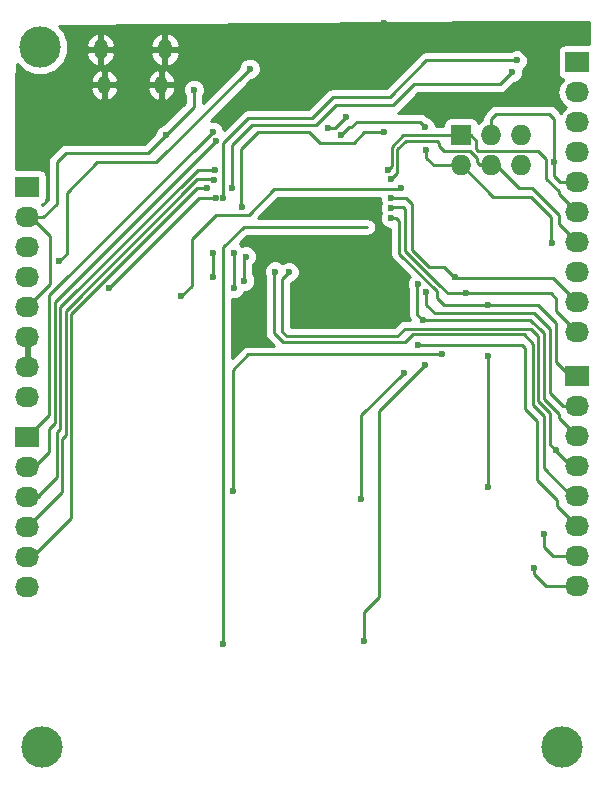
<source format=gbl>
G04 #@! TF.FileFunction,Copper,L2,Bot,Signal*
%FSLAX46Y46*%
G04 Gerber Fmt 4.6, Leading zero omitted, Abs format (unit mm)*
G04 Created by KiCad (PCBNEW 4.0.4-stable) date 2017 January 13, Friday 02:46:46*
%MOMM*%
%LPD*%
G01*
G04 APERTURE LIST*
%ADD10C,0.100000*%
%ADD11R,2.032000X1.727200*%
%ADD12O,2.032000X1.727200*%
%ADD13R,1.727200X1.727200*%
%ADD14O,1.727200X1.727200*%
%ADD15O,1.100000X1.500000*%
%ADD16O,1.200000X1.700000*%
%ADD17C,3.500000*%
%ADD18C,0.600000*%
%ADD19C,0.250000*%
%ADD20C,0.254000*%
G04 APERTURE END LIST*
D10*
D11*
X114706400Y-89611200D03*
D12*
X114706400Y-92151200D03*
X114706400Y-94691200D03*
X114706400Y-97231200D03*
X114706400Y-99771200D03*
X114706400Y-102311200D03*
X114706400Y-104851200D03*
X114706400Y-107391200D03*
D11*
X114706400Y-110794800D03*
D12*
X114706400Y-113334800D03*
X114706400Y-115874800D03*
X114706400Y-118414800D03*
X114706400Y-120954800D03*
X114706400Y-123494800D03*
D13*
X151434800Y-85242400D03*
D14*
X151434800Y-87782400D03*
X153974800Y-85242400D03*
X153974800Y-87782400D03*
X156514800Y-85242400D03*
X156514800Y-87782400D03*
D11*
X161290000Y-79044800D03*
D12*
X161290000Y-81584800D03*
X161290000Y-84124800D03*
X161290000Y-86664800D03*
X161290000Y-89204800D03*
X161290000Y-91744800D03*
X161290000Y-94284800D03*
X161290000Y-96824800D03*
X161290000Y-99364800D03*
X161290000Y-101904800D03*
D11*
X161290000Y-105613200D03*
D12*
X161290000Y-108153200D03*
X161290000Y-110693200D03*
X161290000Y-113233200D03*
X161290000Y-115773200D03*
X161290000Y-118313200D03*
X161290000Y-120853200D03*
X161290000Y-123393200D03*
D15*
X126072200Y-80974600D03*
X121222200Y-80974600D03*
D16*
X126372200Y-77974600D03*
X120922200Y-77974600D03*
D17*
X115773200Y-77774800D03*
X160000000Y-137000000D03*
X116000000Y-137000000D03*
D18*
X148488400Y-86512400D03*
X148386800Y-84531200D03*
X141274800Y-85242400D03*
X159156400Y-94335600D03*
X126441200Y-85242400D03*
X128828800Y-81381600D03*
X137972800Y-96977200D03*
X145389600Y-97485200D03*
X145084800Y-81127600D03*
X157835600Y-82397600D03*
X144932400Y-75692000D03*
X132892800Y-91287600D03*
X144932400Y-84988400D03*
X117398800Y-95910400D03*
X133553200Y-79603600D03*
X135686800Y-96774000D03*
X159448800Y-111900000D03*
X136855200Y-96824800D03*
X148200000Y-100900000D03*
X148400000Y-104700000D03*
X148400000Y-104700000D03*
X143200000Y-128100000D03*
X147777200Y-97840800D03*
X131300000Y-128300000D03*
X148488400Y-98501200D03*
X153700000Y-99600000D03*
X153700000Y-103900000D03*
X153700000Y-115000000D03*
X153700000Y-115000000D03*
X145491200Y-92202000D03*
X151899999Y-98600001D03*
X143000000Y-116000000D03*
X143000000Y-116000000D03*
X146625001Y-105325001D03*
X145491200Y-91389200D03*
X150900000Y-97266600D03*
X149800000Y-103800000D03*
X132100000Y-115400000D03*
X132100000Y-115400000D03*
X145491200Y-90525600D03*
X146354800Y-89732000D03*
X127762000Y-98856800D03*
X130403600Y-84937600D03*
X130657600Y-85750400D03*
X130606800Y-88138000D03*
X130556000Y-89052400D03*
X132080000Y-89732000D03*
X155752800Y-79908400D03*
X129895600Y-89712800D03*
X131318000Y-90525600D03*
X156159200Y-78892400D03*
X130708400Y-90525600D03*
X121615200Y-98145600D03*
X157600000Y-121900000D03*
X157600000Y-121900000D03*
X130400000Y-97200000D03*
X130400000Y-95200000D03*
X158500000Y-119000000D03*
X132200000Y-98200000D03*
X132200000Y-95200000D03*
X147800000Y-103000000D03*
X133096000Y-97536000D03*
X133197600Y-95504000D03*
X145491200Y-88950800D03*
X145288000Y-88138000D03*
X159308800Y-87477600D03*
X140157200Y-84582000D03*
X141681200Y-83667600D03*
D19*
X149148800Y-87782400D02*
X151434800Y-87782400D01*
X148488400Y-87122000D02*
X149148800Y-87782400D01*
X148488400Y-86512400D02*
X148488400Y-87122000D01*
X147929600Y-84074000D02*
X148386800Y-84531200D01*
X142595600Y-84074000D02*
X147929600Y-84074000D01*
X142138400Y-84531200D02*
X142595600Y-84074000D01*
X141986000Y-84531200D02*
X142138400Y-84531200D01*
X141274800Y-85242400D02*
X141986000Y-84531200D01*
X151434800Y-87782400D02*
X151536400Y-87782400D01*
X151536400Y-87782400D02*
X154178000Y-90424000D01*
X154178000Y-90424000D02*
X157327600Y-90424000D01*
X157327600Y-90424000D02*
X159054800Y-92151200D01*
X159054800Y-92151200D02*
X159054800Y-94234000D01*
X159054800Y-94234000D02*
X159156400Y-94335600D01*
X126441200Y-85242400D02*
X126415800Y-85217000D01*
X126415800Y-85217000D02*
X126441200Y-85242400D01*
X126441200Y-85242400D02*
X126441200Y-85191600D01*
X128828800Y-82346800D02*
X128828800Y-81381600D01*
X116078000Y-92151200D02*
X117195600Y-91033600D01*
X117195600Y-91033600D02*
X117195600Y-87528400D01*
X117195600Y-87528400D02*
X118008400Y-86715600D01*
X118008400Y-86715600D02*
X124917200Y-86715600D01*
X124917200Y-86715600D02*
X126441200Y-85191600D01*
X126441200Y-85191600D02*
X128828800Y-82804000D01*
X128828800Y-82804000D02*
X128828800Y-82346800D01*
X114706400Y-92151200D02*
X116078000Y-92151200D01*
X114706400Y-92151200D02*
X115011200Y-92151200D01*
X115011200Y-92151200D02*
X116636800Y-93776800D01*
X116636800Y-93776800D02*
X116636800Y-97840800D01*
X116636800Y-97840800D02*
X114706400Y-99771200D01*
X144576800Y-96672400D02*
X145389600Y-97485200D01*
X138277600Y-96672400D02*
X144576800Y-96672400D01*
X138277600Y-96672400D02*
X137972800Y-96977200D01*
X144932400Y-80975200D02*
X144932400Y-75692000D01*
X145084800Y-81127600D02*
X144932400Y-80975200D01*
X145034000Y-75793600D02*
X144932400Y-75692000D01*
X154279600Y-75793600D02*
X145034000Y-75793600D01*
X156921200Y-78435200D02*
X154279600Y-75793600D01*
X159512000Y-78435200D02*
X156921200Y-78435200D01*
X159512000Y-80721200D02*
X159512000Y-78435200D01*
X159512000Y-80721200D02*
X157835600Y-82397600D01*
X114706400Y-102311200D02*
X114706400Y-104851200D01*
X132849198Y-91243998D02*
X132892800Y-91287600D01*
X132849198Y-86410800D02*
X132849198Y-91243998D01*
X134271598Y-84988400D02*
X132849198Y-86410800D01*
X138582400Y-84988400D02*
X134271598Y-84988400D01*
X139496800Y-85902800D02*
X138582400Y-84988400D01*
X142341600Y-85902800D02*
X139496800Y-85902800D01*
X143256000Y-84988400D02*
X142341600Y-85902800D01*
X144932400Y-84988400D02*
X143256000Y-84988400D01*
X118059200Y-95250000D02*
X117398800Y-95910400D01*
X118059200Y-90119200D02*
X118059200Y-95250000D01*
X120650000Y-87528400D02*
X118059200Y-90119200D01*
X125628400Y-87528400D02*
X120650000Y-87528400D01*
X133553200Y-79603600D02*
X125628400Y-87528400D01*
X135686800Y-96774000D02*
X135585200Y-96875600D01*
X135585200Y-101955600D02*
X136398000Y-102768400D01*
X135585200Y-96875600D02*
X135585200Y-101955600D01*
X136398000Y-102768400D02*
X146680800Y-102768400D01*
X146680800Y-102768400D02*
X147349200Y-102100000D01*
X147349200Y-102100000D02*
X156760800Y-102100000D01*
X156760800Y-102100000D02*
X157530800Y-102870000D01*
X157530800Y-102870000D02*
X157530800Y-108051600D01*
X160782000Y-115773200D02*
X161290000Y-115773200D01*
X157530800Y-108051600D02*
X158457201Y-108978001D01*
X158457201Y-108978001D02*
X158457201Y-113448401D01*
X158457201Y-113448401D02*
X160782000Y-115773200D01*
X159348800Y-111800000D02*
X158953200Y-111404400D01*
X160782000Y-113233200D02*
X159348800Y-111800000D01*
X159348800Y-111800000D02*
X159448800Y-111900000D01*
X161290000Y-113233200D02*
X160782000Y-113233200D01*
X158953200Y-108712000D02*
X157995198Y-107753998D01*
X158953200Y-111404400D02*
X158953200Y-108712000D01*
X157995198Y-107753998D02*
X157995198Y-102192808D01*
X157402390Y-101600000D02*
X146710400Y-101600000D01*
X157995198Y-102192808D02*
X157402390Y-101600000D01*
X146710400Y-101600000D02*
X146050000Y-102260400D01*
X146050000Y-102260400D02*
X136702800Y-102260400D01*
X136702800Y-102260400D02*
X136296400Y-101854000D01*
X136296400Y-101854000D02*
X136296400Y-97383600D01*
X136296400Y-97383600D02*
X136855200Y-96824800D01*
X161290000Y-113233200D02*
X160883600Y-113233200D01*
X157300000Y-100900000D02*
X148200000Y-100900000D01*
X148200000Y-100900000D02*
X147726400Y-100426400D01*
X157500000Y-101100000D02*
X157300000Y-100900000D01*
X157538800Y-101100000D02*
X157500000Y-101100000D01*
X144500000Y-108600000D02*
X148400000Y-104700000D01*
X144500000Y-124300000D02*
X144500000Y-108600000D01*
X143200000Y-125600000D02*
X144500000Y-124300000D01*
X143200000Y-125700000D02*
X143200000Y-125600000D01*
X143200000Y-128100000D02*
X143200000Y-125700000D01*
X147777200Y-97840800D02*
X147726400Y-97891600D01*
X147726400Y-97891600D02*
X147726400Y-100426400D01*
X157538800Y-101100000D02*
X158089600Y-101650800D01*
X158096790Y-101643610D02*
X158089600Y-101650800D01*
X161290000Y-110693200D02*
X159766000Y-109169200D01*
X159766000Y-108864400D02*
X159766000Y-109169200D01*
X158445200Y-107543600D02*
X159766000Y-108864400D01*
X158445200Y-102006400D02*
X158445200Y-107543600D01*
X158089600Y-101650800D02*
X158445200Y-102006400D01*
X133036010Y-93000000D02*
X143500000Y-93000000D01*
X131300000Y-128300000D02*
X131300000Y-94736010D01*
X131300000Y-94736010D02*
X133036010Y-93000000D01*
X158546800Y-101193600D02*
X158800000Y-101446800D01*
X158800000Y-101446800D02*
X158953200Y-101600000D01*
X149200000Y-100300000D02*
X157653200Y-100300000D01*
X157653200Y-100300000D02*
X158800000Y-101446800D01*
X148500000Y-99600000D02*
X149200000Y-100300000D01*
X148500000Y-98937064D02*
X148500000Y-99600000D01*
X148488400Y-98501200D02*
X148488400Y-98925464D01*
X148488400Y-98925464D02*
X148500000Y-98937064D01*
X160070800Y-108153200D02*
X161290000Y-108153200D01*
X158953200Y-107035600D02*
X160070800Y-108153200D01*
X158953200Y-101600000D02*
X158953200Y-107035600D01*
X153600000Y-99600000D02*
X157969200Y-99600000D01*
X150000000Y-99600000D02*
X153600000Y-99600000D01*
X153600000Y-99600000D02*
X153700000Y-99600000D01*
X145491200Y-92202000D02*
X145948400Y-92202000D01*
X145948400Y-92202000D02*
X146202400Y-92456000D01*
X159512000Y-101142800D02*
X159512000Y-104444800D01*
X146202400Y-92456000D02*
X146202400Y-95250000D01*
X146202400Y-95250000D02*
X149402800Y-98450400D01*
X149402800Y-98450400D02*
X149402800Y-99002800D01*
X159512000Y-104444800D02*
X160680400Y-105613200D01*
X149402800Y-99002800D02*
X150000000Y-99600000D01*
X160680400Y-105613200D02*
X161290000Y-105613200D01*
X157969200Y-99600000D02*
X159512000Y-101142800D01*
X153700000Y-115000000D02*
X153700000Y-103900000D01*
X159100000Y-98600000D02*
X159100000Y-98648000D01*
X159100000Y-98648000D02*
X159512000Y-99060000D01*
X150300000Y-98600000D02*
X159100000Y-98600000D01*
X149606000Y-97906000D02*
X150300000Y-98600000D01*
X143000000Y-108950002D02*
X143000000Y-116000000D01*
X146625001Y-105325001D02*
X143000000Y-108950002D01*
X149606000Y-97891600D02*
X149606000Y-97906000D01*
X159512000Y-100126800D02*
X161290000Y-101904800D01*
X159512000Y-99060000D02*
X159512000Y-100126800D01*
X146710400Y-94996000D02*
X149606000Y-97891600D01*
X146710400Y-91490800D02*
X146710400Y-94996000D01*
X146558000Y-91338400D02*
X146710400Y-91490800D01*
X145542000Y-91338400D02*
X146558000Y-91338400D01*
X145491200Y-91389200D02*
X145542000Y-91338400D01*
X149500000Y-103800000D02*
X149800000Y-103800000D01*
X132100000Y-115400000D02*
X132100000Y-105100000D01*
X133400000Y-103800000D02*
X149500000Y-103800000D01*
X132100000Y-105100000D02*
X133400000Y-103800000D01*
X145491200Y-90525600D02*
X146812000Y-90525600D01*
X146812000Y-90525600D02*
X147320000Y-91033600D01*
X148750810Y-96400000D02*
X150000000Y-96400000D01*
X147320000Y-91033600D02*
X147320000Y-94969190D01*
X159258000Y-97332800D02*
X161290000Y-99364800D01*
X147320000Y-94969190D02*
X148750810Y-96400000D01*
X150000000Y-96400000D02*
X150932800Y-97332800D01*
X150932800Y-97332800D02*
X159258000Y-97332800D01*
X128625600Y-97993200D02*
X127762000Y-98856800D01*
X128625600Y-93980000D02*
X128625600Y-97993200D01*
X130657600Y-91948000D02*
X128625600Y-93980000D01*
X133451600Y-91948000D02*
X130657600Y-91948000D01*
X135636000Y-89763600D02*
X133451600Y-91948000D01*
X146323200Y-89763600D02*
X135636000Y-89763600D01*
X146323200Y-89763600D02*
X146354800Y-89732000D01*
X116586000Y-108915200D02*
X114706400Y-110794800D01*
X116586000Y-98755200D02*
X116586000Y-108915200D01*
X130403600Y-84937600D02*
X116586000Y-98755200D01*
X116586000Y-112014000D02*
X115265200Y-113334800D01*
X116586000Y-110083600D02*
X116586000Y-112014000D01*
X117043200Y-109626400D02*
X116586000Y-110083600D01*
X117043200Y-99364800D02*
X117043200Y-109626400D01*
X130657600Y-85750400D02*
X117043200Y-99364800D01*
X115265200Y-113334800D02*
X114706400Y-113334800D01*
X114706400Y-115874800D02*
X115519200Y-115874800D01*
X115519200Y-115874800D02*
X117195600Y-114198400D01*
X129133600Y-88138000D02*
X130606800Y-88138000D01*
X117493202Y-99778398D02*
X129133600Y-88138000D01*
X117493202Y-110090798D02*
X117493202Y-99778398D01*
X117195600Y-110388400D02*
X117493202Y-110090798D01*
X117195600Y-114198400D02*
X117195600Y-110388400D01*
X115671600Y-115874800D02*
X114706400Y-115874800D01*
X117652800Y-115468400D02*
X114706400Y-118414800D01*
X117652800Y-110947200D02*
X117652800Y-115468400D01*
X117957600Y-110642400D02*
X117652800Y-110947200D01*
X117957600Y-100076000D02*
X117957600Y-110642400D01*
X129082800Y-88950800D02*
X117957600Y-100076000D01*
X130454400Y-88950800D02*
X129082800Y-88950800D01*
X130556000Y-89052400D02*
X130454400Y-88950800D01*
X155752800Y-79908400D02*
X154736800Y-80924400D01*
X147472400Y-80924400D02*
X154736800Y-80924400D01*
X145694400Y-82702400D02*
X147472400Y-80924400D01*
X140817600Y-82702400D02*
X145694400Y-82702400D01*
X139141200Y-84378800D02*
X140817600Y-82702400D01*
X133756400Y-84378800D02*
X139141200Y-84378800D01*
X132080000Y-86055200D02*
X133756400Y-84378800D01*
X132080000Y-86055200D02*
X132080000Y-89732000D01*
X129895600Y-89712800D02*
X129082800Y-89712800D01*
X129082800Y-89712800D02*
X118414800Y-100380800D01*
X118414800Y-100380800D02*
X118414800Y-117652800D01*
X118414800Y-117652800D02*
X115112800Y-120954800D01*
X115112800Y-120954800D02*
X114706400Y-120954800D01*
X131318000Y-85852000D02*
X131318000Y-90525600D01*
X133400800Y-83769200D02*
X131318000Y-85852000D01*
X138785600Y-83769200D02*
X133400800Y-83769200D01*
X140563600Y-81991200D02*
X138785600Y-83769200D01*
X145389600Y-81991200D02*
X140563600Y-81991200D01*
X148488400Y-78892400D02*
X145389600Y-81991200D01*
X156159200Y-78892400D02*
X148488400Y-78892400D01*
X129235200Y-90525600D02*
X130708400Y-90525600D01*
X121615200Y-98145600D02*
X129235200Y-90525600D01*
X157600000Y-122400000D02*
X158593200Y-123393200D01*
X158593200Y-123393200D02*
X161290000Y-123393200D01*
X157600000Y-121900000D02*
X157600000Y-122400000D01*
X130400000Y-95200000D02*
X130400000Y-97200000D01*
X158500000Y-120100000D02*
X159253200Y-120853200D01*
X159253200Y-120853200D02*
X161290000Y-120853200D01*
X158500000Y-119000000D02*
X158500000Y-120100000D01*
X132200000Y-95200000D02*
X132200000Y-98200000D01*
X151723200Y-103000000D02*
X147800000Y-103000000D01*
X159562800Y-116586000D02*
X161290000Y-118313200D01*
X159562800Y-116078000D02*
X159562800Y-116586000D01*
X157886400Y-114401600D02*
X159562800Y-116078000D01*
X157886400Y-109423200D02*
X157886400Y-114401600D01*
X156870400Y-108407200D02*
X157886400Y-109423200D01*
X156870400Y-103225600D02*
X156870400Y-108407200D01*
X156616400Y-102971600D02*
X156870400Y-103225600D01*
X151723200Y-103000000D02*
X156600000Y-103000000D01*
X133096000Y-95605600D02*
X133096000Y-97536000D01*
X133197600Y-95504000D02*
X133096000Y-95605600D01*
X153974800Y-87782400D02*
X153060400Y-87782400D01*
X146050000Y-88392000D02*
X145491200Y-88950800D01*
X146050000Y-86410800D02*
X146050000Y-88392000D01*
X146761200Y-85699600D02*
X146050000Y-86410800D01*
X149402800Y-85699600D02*
X146761200Y-85699600D01*
X149555200Y-85852000D02*
X149402800Y-85699600D01*
X149555200Y-86106000D02*
X149555200Y-85852000D01*
X150012400Y-86563200D02*
X149555200Y-86106000D01*
X152196800Y-86563200D02*
X150012400Y-86563200D01*
X152755600Y-87122000D02*
X152196800Y-86563200D01*
X152755600Y-87477600D02*
X152755600Y-87122000D01*
X153060400Y-87782400D02*
X152755600Y-87477600D01*
X153974800Y-87782400D02*
X154432000Y-87782400D01*
X154432000Y-87782400D02*
X156362400Y-89712800D01*
X159715200Y-92710000D02*
X161290000Y-94284800D01*
X159715200Y-91948000D02*
X159715200Y-92710000D01*
X157480000Y-89712800D02*
X159715200Y-91948000D01*
X156362400Y-89712800D02*
X157480000Y-89712800D01*
X151434800Y-85242400D02*
X152247600Y-85242400D01*
X152247600Y-85242400D02*
X152704800Y-85699600D01*
X159715200Y-90170000D02*
X161290000Y-91744800D01*
X159715200Y-89966800D02*
X159715200Y-90170000D01*
X158648400Y-88900000D02*
X159715200Y-89966800D01*
X158648400Y-87223600D02*
X158648400Y-88900000D01*
X157988000Y-86563200D02*
X158648400Y-87223600D01*
X152857200Y-86563200D02*
X157988000Y-86563200D01*
X152704800Y-86410800D02*
X152857200Y-86563200D01*
X152704800Y-85699600D02*
X152704800Y-86410800D01*
X161290000Y-91744800D02*
X160629600Y-91744800D01*
X146558000Y-85242400D02*
X151434800Y-85242400D01*
X145592800Y-86207600D02*
X146558000Y-85242400D01*
X145592800Y-87833200D02*
X145592800Y-86207600D01*
X145288000Y-88138000D02*
X145592800Y-87833200D01*
X161290000Y-89204800D02*
X159816800Y-89204800D01*
X159308800Y-88696800D02*
X159308800Y-87477600D01*
X159816800Y-89204800D02*
X159308800Y-88696800D01*
X153974800Y-83870800D02*
X153974800Y-85242400D01*
X154432000Y-83413600D02*
X153974800Y-83870800D01*
X158902400Y-83413600D02*
X154432000Y-83413600D01*
X159308800Y-83820000D02*
X158902400Y-83413600D01*
X159308800Y-87477600D02*
X159308800Y-83820000D01*
X140766800Y-84582000D02*
X140157200Y-84582000D01*
X141681200Y-83667600D02*
X140766800Y-84582000D01*
D20*
G36*
X114833400Y-102184200D02*
X114853400Y-102184200D01*
X114853400Y-102438200D01*
X114833400Y-102438200D01*
X114833400Y-104724200D01*
X114853400Y-104724200D01*
X114853400Y-104978200D01*
X114833400Y-104978200D01*
X114833400Y-104998200D01*
X114579400Y-104998200D01*
X114579400Y-104978200D01*
X114559400Y-104978200D01*
X114559400Y-104724200D01*
X114579400Y-104724200D01*
X114579400Y-102438200D01*
X114559400Y-102438200D01*
X114559400Y-102184200D01*
X114579400Y-102184200D01*
X114579400Y-102164200D01*
X114833400Y-102164200D01*
X114833400Y-102184200D01*
X114833400Y-102184200D01*
G37*
X114833400Y-102184200D02*
X114853400Y-102184200D01*
X114853400Y-102438200D01*
X114833400Y-102438200D01*
X114833400Y-104724200D01*
X114853400Y-104724200D01*
X114853400Y-104978200D01*
X114833400Y-104978200D01*
X114833400Y-104998200D01*
X114579400Y-104998200D01*
X114579400Y-104978200D01*
X114559400Y-104978200D01*
X114559400Y-104724200D01*
X114579400Y-104724200D01*
X114579400Y-102438200D01*
X114559400Y-102438200D01*
X114559400Y-102184200D01*
X114579400Y-102184200D01*
X114579400Y-102164200D01*
X114833400Y-102164200D01*
X114833400Y-102184200D01*
G36*
X144556038Y-90710767D02*
X144658020Y-90957583D01*
X144556362Y-91202401D01*
X144556038Y-91574367D01*
X144647499Y-91795720D01*
X144556362Y-92015201D01*
X144556038Y-92387167D01*
X144698083Y-92730943D01*
X144960873Y-92994192D01*
X145304401Y-93136838D01*
X145442400Y-93136958D01*
X145442400Y-95250000D01*
X145500252Y-95540839D01*
X145664999Y-95787401D01*
X147086628Y-97209030D01*
X146985008Y-97310473D01*
X146842362Y-97654001D01*
X146842038Y-98025967D01*
X146966400Y-98326947D01*
X146966400Y-100426400D01*
X147024252Y-100717239D01*
X147106278Y-100840000D01*
X146710400Y-100840000D01*
X146419561Y-100897852D01*
X146172999Y-101062599D01*
X145735198Y-101500400D01*
X137056400Y-101500400D01*
X137056400Y-97753337D01*
X137384143Y-97617917D01*
X137647392Y-97355127D01*
X137790038Y-97011599D01*
X137790362Y-96639633D01*
X137648317Y-96295857D01*
X137385527Y-96032608D01*
X137041999Y-95889962D01*
X136670033Y-95889638D01*
X136326257Y-96031683D01*
X136296534Y-96061354D01*
X136217127Y-95981808D01*
X135873599Y-95839162D01*
X135501633Y-95838838D01*
X135157857Y-95980883D01*
X134894608Y-96243673D01*
X134751962Y-96587201D01*
X134751638Y-96959167D01*
X134825200Y-97137201D01*
X134825200Y-101955600D01*
X134883052Y-102246439D01*
X135047799Y-102493001D01*
X135594798Y-103040000D01*
X133400000Y-103040000D01*
X133109161Y-103097852D01*
X132862599Y-103262599D01*
X132060000Y-104065198D01*
X132060000Y-99134879D01*
X132385167Y-99135162D01*
X132728943Y-98993117D01*
X132992192Y-98730327D01*
X133099873Y-98471004D01*
X133281167Y-98471162D01*
X133624943Y-98329117D01*
X133888192Y-98066327D01*
X134030838Y-97722799D01*
X134031162Y-97350833D01*
X133889117Y-97007057D01*
X133856000Y-96973882D01*
X133856000Y-96167886D01*
X133989792Y-96034327D01*
X134132438Y-95690799D01*
X134132762Y-95318833D01*
X133990717Y-94975057D01*
X133727927Y-94711808D01*
X133384399Y-94569162D01*
X133012433Y-94568838D01*
X132926515Y-94604339D01*
X132730327Y-94407808D01*
X132711021Y-94399791D01*
X133350812Y-93760000D01*
X143500000Y-93760000D01*
X143790839Y-93702148D01*
X144037401Y-93537401D01*
X144202148Y-93290839D01*
X144260000Y-93000000D01*
X144202148Y-92709161D01*
X144037401Y-92462599D01*
X143790839Y-92297852D01*
X143500000Y-92240000D01*
X134234402Y-92240000D01*
X135950802Y-90523600D01*
X144556201Y-90523600D01*
X144556038Y-90710767D01*
X144556038Y-90710767D01*
G37*
X144556038Y-90710767D02*
X144658020Y-90957583D01*
X144556362Y-91202401D01*
X144556038Y-91574367D01*
X144647499Y-91795720D01*
X144556362Y-92015201D01*
X144556038Y-92387167D01*
X144698083Y-92730943D01*
X144960873Y-92994192D01*
X145304401Y-93136838D01*
X145442400Y-93136958D01*
X145442400Y-95250000D01*
X145500252Y-95540839D01*
X145664999Y-95787401D01*
X147086628Y-97209030D01*
X146985008Y-97310473D01*
X146842362Y-97654001D01*
X146842038Y-98025967D01*
X146966400Y-98326947D01*
X146966400Y-100426400D01*
X147024252Y-100717239D01*
X147106278Y-100840000D01*
X146710400Y-100840000D01*
X146419561Y-100897852D01*
X146172999Y-101062599D01*
X145735198Y-101500400D01*
X137056400Y-101500400D01*
X137056400Y-97753337D01*
X137384143Y-97617917D01*
X137647392Y-97355127D01*
X137790038Y-97011599D01*
X137790362Y-96639633D01*
X137648317Y-96295857D01*
X137385527Y-96032608D01*
X137041999Y-95889962D01*
X136670033Y-95889638D01*
X136326257Y-96031683D01*
X136296534Y-96061354D01*
X136217127Y-95981808D01*
X135873599Y-95839162D01*
X135501633Y-95838838D01*
X135157857Y-95980883D01*
X134894608Y-96243673D01*
X134751962Y-96587201D01*
X134751638Y-96959167D01*
X134825200Y-97137201D01*
X134825200Y-101955600D01*
X134883052Y-102246439D01*
X135047799Y-102493001D01*
X135594798Y-103040000D01*
X133400000Y-103040000D01*
X133109161Y-103097852D01*
X132862599Y-103262599D01*
X132060000Y-104065198D01*
X132060000Y-99134879D01*
X132385167Y-99135162D01*
X132728943Y-98993117D01*
X132992192Y-98730327D01*
X133099873Y-98471004D01*
X133281167Y-98471162D01*
X133624943Y-98329117D01*
X133888192Y-98066327D01*
X134030838Y-97722799D01*
X134031162Y-97350833D01*
X133889117Y-97007057D01*
X133856000Y-96973882D01*
X133856000Y-96167886D01*
X133989792Y-96034327D01*
X134132438Y-95690799D01*
X134132762Y-95318833D01*
X133990717Y-94975057D01*
X133727927Y-94711808D01*
X133384399Y-94569162D01*
X133012433Y-94568838D01*
X132926515Y-94604339D01*
X132730327Y-94407808D01*
X132711021Y-94399791D01*
X133350812Y-93760000D01*
X143500000Y-93760000D01*
X143790839Y-93702148D01*
X144037401Y-93537401D01*
X144202148Y-93290839D01*
X144260000Y-93000000D01*
X144202148Y-92709161D01*
X144037401Y-92462599D01*
X143790839Y-92297852D01*
X143500000Y-92240000D01*
X134234402Y-92240000D01*
X135950802Y-90523600D01*
X144556201Y-90523600D01*
X144556038Y-90710767D01*
G36*
X162296918Y-77533760D02*
X160274000Y-77533760D01*
X160038683Y-77578038D01*
X159822559Y-77717110D01*
X159677569Y-77929310D01*
X159626560Y-78181200D01*
X159626560Y-79908400D01*
X159670838Y-80143717D01*
X159809910Y-80359841D01*
X160022110Y-80504831D01*
X160063439Y-80513200D01*
X160045585Y-80525130D01*
X159720729Y-81011311D01*
X159606655Y-81584800D01*
X159720729Y-82158289D01*
X160045585Y-82644470D01*
X160360366Y-82854800D01*
X160045585Y-83065130D01*
X159873239Y-83323064D01*
X159846201Y-83282599D01*
X159439801Y-82876199D01*
X159193239Y-82711452D01*
X158902400Y-82653600D01*
X154432000Y-82653600D01*
X154189414Y-82701854D01*
X154141160Y-82711452D01*
X153894599Y-82876199D01*
X153437399Y-83333399D01*
X153272652Y-83579961D01*
X153214800Y-83870800D01*
X153214800Y-83962880D01*
X152906358Y-84168974D01*
X152901562Y-84143483D01*
X152762490Y-83927359D01*
X152550290Y-83782369D01*
X152298400Y-83731360D01*
X150571200Y-83731360D01*
X150335883Y-83775638D01*
X150119759Y-83914710D01*
X149974769Y-84126910D01*
X149923760Y-84378800D01*
X149923760Y-84482400D01*
X149321843Y-84482400D01*
X149321962Y-84346033D01*
X149179917Y-84002257D01*
X148917127Y-83739008D01*
X148573599Y-83596362D01*
X148526723Y-83596321D01*
X148467001Y-83536599D01*
X148220439Y-83371852D01*
X147929600Y-83314000D01*
X146120754Y-83314000D01*
X146231801Y-83239801D01*
X147787202Y-81684400D01*
X154736800Y-81684400D01*
X155027639Y-81626548D01*
X155274201Y-81461801D01*
X155892480Y-80843522D01*
X155937967Y-80843562D01*
X156281743Y-80701517D01*
X156544992Y-80438727D01*
X156687638Y-80095199D01*
X156687962Y-79723233D01*
X156674677Y-79691081D01*
X156688143Y-79685517D01*
X156951392Y-79422727D01*
X157094038Y-79079199D01*
X157094362Y-78707233D01*
X156952317Y-78363457D01*
X156689527Y-78100208D01*
X156345999Y-77957562D01*
X155974033Y-77957238D01*
X155630257Y-78099283D01*
X155597082Y-78132400D01*
X148488400Y-78132400D01*
X148197561Y-78190252D01*
X147950999Y-78354999D01*
X145074798Y-81231200D01*
X140563600Y-81231200D01*
X140272761Y-81289052D01*
X140026199Y-81453799D01*
X138470798Y-83009200D01*
X133400800Y-83009200D01*
X133109961Y-83067052D01*
X132863399Y-83231799D01*
X131338759Y-84756439D01*
X131338762Y-84752433D01*
X131196717Y-84408657D01*
X130933927Y-84145408D01*
X130590399Y-84002762D01*
X130229155Y-84002447D01*
X133692880Y-80538722D01*
X133738367Y-80538762D01*
X134082143Y-80396717D01*
X134345392Y-80133927D01*
X134488038Y-79790399D01*
X134488362Y-79418433D01*
X134346317Y-79074657D01*
X134083527Y-78811408D01*
X133739999Y-78668762D01*
X133368033Y-78668438D01*
X133024257Y-78810483D01*
X132761008Y-79073273D01*
X132618362Y-79416801D01*
X132618321Y-79463677D01*
X129588800Y-82493198D01*
X129588800Y-81944063D01*
X129620992Y-81911927D01*
X129763638Y-81568399D01*
X129763962Y-81196433D01*
X129621917Y-80852657D01*
X129359127Y-80589408D01*
X129015599Y-80446762D01*
X128643633Y-80446438D01*
X128299857Y-80588483D01*
X128036608Y-80851273D01*
X127893962Y-81194801D01*
X127893638Y-81566767D01*
X128035683Y-81910543D01*
X128068800Y-81943718D01*
X128068800Y-82489198D01*
X126247047Y-84310951D01*
X125912257Y-84449283D01*
X125649008Y-84712073D01*
X125509178Y-85048820D01*
X124602398Y-85955600D01*
X118008400Y-85955600D01*
X117717561Y-86013452D01*
X117470999Y-86178199D01*
X116658199Y-86990999D01*
X116493452Y-87237561D01*
X116435600Y-87528400D01*
X116435600Y-90718798D01*
X115995697Y-91158701D01*
X115950815Y-91091530D01*
X115936487Y-91081957D01*
X115957717Y-91077962D01*
X116173841Y-90938890D01*
X116318831Y-90726690D01*
X116369840Y-90474800D01*
X116369840Y-88747600D01*
X116325562Y-88512283D01*
X116186490Y-88296159D01*
X115974290Y-88151169D01*
X115722400Y-88100160D01*
X113753128Y-88100160D01*
X113794038Y-81288483D01*
X120036520Y-81288483D01*
X120170356Y-81733554D01*
X120464325Y-82093529D01*
X120873674Y-82313606D01*
X120912456Y-82318403D01*
X121095200Y-82192961D01*
X121095200Y-81101600D01*
X121349200Y-81101600D01*
X121349200Y-82192961D01*
X121531944Y-82318403D01*
X121570726Y-82313606D01*
X121980075Y-82093529D01*
X122274044Y-81733554D01*
X122407880Y-81288483D01*
X124886520Y-81288483D01*
X125020356Y-81733554D01*
X125314325Y-82093529D01*
X125723674Y-82313606D01*
X125762456Y-82318403D01*
X125945200Y-82192961D01*
X125945200Y-81101600D01*
X126199200Y-81101600D01*
X126199200Y-82192961D01*
X126381944Y-82318403D01*
X126420726Y-82313606D01*
X126830075Y-82093529D01*
X127124044Y-81733554D01*
X127257880Y-81288483D01*
X127102348Y-81101600D01*
X126199200Y-81101600D01*
X125945200Y-81101600D01*
X125042052Y-81101600D01*
X124886520Y-81288483D01*
X122407880Y-81288483D01*
X122252348Y-81101600D01*
X121349200Y-81101600D01*
X121095200Y-81101600D01*
X120192052Y-81101600D01*
X120036520Y-81288483D01*
X113794038Y-81288483D01*
X113797808Y-80660717D01*
X120036520Y-80660717D01*
X120192052Y-80847600D01*
X121095200Y-80847600D01*
X121095200Y-79756239D01*
X121349200Y-79756239D01*
X121349200Y-80847600D01*
X122252348Y-80847600D01*
X122407880Y-80660717D01*
X124886520Y-80660717D01*
X125042052Y-80847600D01*
X125945200Y-80847600D01*
X125945200Y-79756239D01*
X126199200Y-79756239D01*
X126199200Y-80847600D01*
X127102348Y-80847600D01*
X127257880Y-80660717D01*
X127124044Y-80215646D01*
X126830075Y-79855671D01*
X126420726Y-79635594D01*
X126381944Y-79630797D01*
X126199200Y-79756239D01*
X125945200Y-79756239D01*
X125762456Y-79630797D01*
X125723674Y-79635594D01*
X125314325Y-79855671D01*
X125020356Y-80215646D01*
X124886520Y-80660717D01*
X122407880Y-80660717D01*
X122274044Y-80215646D01*
X121980075Y-79855671D01*
X121570726Y-79635594D01*
X121531944Y-79630797D01*
X121349200Y-79756239D01*
X121095200Y-79756239D01*
X120912456Y-79630797D01*
X120873674Y-79635594D01*
X120464325Y-79855671D01*
X120170356Y-80215646D01*
X120036520Y-80660717D01*
X113797808Y-80660717D01*
X113806698Y-79180710D01*
X114420442Y-79795526D01*
X115296713Y-80159385D01*
X116245525Y-80160213D01*
X117122429Y-79797884D01*
X117793926Y-79127558D01*
X118138680Y-78297296D01*
X119676944Y-78297296D01*
X119799553Y-78768301D01*
X120093075Y-79156533D01*
X120512824Y-79402886D01*
X120604591Y-79418062D01*
X120795200Y-79293331D01*
X120795200Y-78101600D01*
X121049200Y-78101600D01*
X121049200Y-79293331D01*
X121239809Y-79418062D01*
X121331576Y-79402886D01*
X121751325Y-79156533D01*
X122044847Y-78768301D01*
X122167456Y-78297296D01*
X125126944Y-78297296D01*
X125249553Y-78768301D01*
X125543075Y-79156533D01*
X125962824Y-79402886D01*
X126054591Y-79418062D01*
X126245200Y-79293331D01*
X126245200Y-78101600D01*
X126499200Y-78101600D01*
X126499200Y-79293331D01*
X126689809Y-79418062D01*
X126781576Y-79402886D01*
X127201325Y-79156533D01*
X127494847Y-78768301D01*
X127617456Y-78297296D01*
X127454747Y-78101600D01*
X126499200Y-78101600D01*
X126245200Y-78101600D01*
X125289653Y-78101600D01*
X125126944Y-78297296D01*
X122167456Y-78297296D01*
X122004747Y-78101600D01*
X121049200Y-78101600D01*
X120795200Y-78101600D01*
X119839653Y-78101600D01*
X119676944Y-78297296D01*
X118138680Y-78297296D01*
X118157785Y-78251287D01*
X118158308Y-77651904D01*
X119676944Y-77651904D01*
X119839653Y-77847600D01*
X120795200Y-77847600D01*
X120795200Y-76655869D01*
X121049200Y-76655869D01*
X121049200Y-77847600D01*
X122004747Y-77847600D01*
X122167456Y-77651904D01*
X125126944Y-77651904D01*
X125289653Y-77847600D01*
X126245200Y-77847600D01*
X126245200Y-76655869D01*
X126499200Y-76655869D01*
X126499200Y-77847600D01*
X127454747Y-77847600D01*
X127617456Y-77651904D01*
X127494847Y-77180899D01*
X127201325Y-76792667D01*
X126781576Y-76546314D01*
X126689809Y-76531138D01*
X126499200Y-76655869D01*
X126245200Y-76655869D01*
X126054591Y-76531138D01*
X125962824Y-76546314D01*
X125543075Y-76792667D01*
X125249553Y-77180899D01*
X125126944Y-77651904D01*
X122167456Y-77651904D01*
X122044847Y-77180899D01*
X121751325Y-76792667D01*
X121331576Y-76546314D01*
X121239809Y-76531138D01*
X121049200Y-76655869D01*
X120795200Y-76655869D01*
X120604591Y-76531138D01*
X120512824Y-76546314D01*
X120093075Y-76792667D01*
X119799553Y-77180899D01*
X119676944Y-77651904D01*
X118158308Y-77651904D01*
X118158613Y-77302475D01*
X117796284Y-76425571D01*
X117367585Y-75996123D01*
X155324529Y-75685000D01*
X162275168Y-75685000D01*
X162296918Y-77533760D01*
X162296918Y-77533760D01*
G37*
X162296918Y-77533760D02*
X160274000Y-77533760D01*
X160038683Y-77578038D01*
X159822559Y-77717110D01*
X159677569Y-77929310D01*
X159626560Y-78181200D01*
X159626560Y-79908400D01*
X159670838Y-80143717D01*
X159809910Y-80359841D01*
X160022110Y-80504831D01*
X160063439Y-80513200D01*
X160045585Y-80525130D01*
X159720729Y-81011311D01*
X159606655Y-81584800D01*
X159720729Y-82158289D01*
X160045585Y-82644470D01*
X160360366Y-82854800D01*
X160045585Y-83065130D01*
X159873239Y-83323064D01*
X159846201Y-83282599D01*
X159439801Y-82876199D01*
X159193239Y-82711452D01*
X158902400Y-82653600D01*
X154432000Y-82653600D01*
X154189414Y-82701854D01*
X154141160Y-82711452D01*
X153894599Y-82876199D01*
X153437399Y-83333399D01*
X153272652Y-83579961D01*
X153214800Y-83870800D01*
X153214800Y-83962880D01*
X152906358Y-84168974D01*
X152901562Y-84143483D01*
X152762490Y-83927359D01*
X152550290Y-83782369D01*
X152298400Y-83731360D01*
X150571200Y-83731360D01*
X150335883Y-83775638D01*
X150119759Y-83914710D01*
X149974769Y-84126910D01*
X149923760Y-84378800D01*
X149923760Y-84482400D01*
X149321843Y-84482400D01*
X149321962Y-84346033D01*
X149179917Y-84002257D01*
X148917127Y-83739008D01*
X148573599Y-83596362D01*
X148526723Y-83596321D01*
X148467001Y-83536599D01*
X148220439Y-83371852D01*
X147929600Y-83314000D01*
X146120754Y-83314000D01*
X146231801Y-83239801D01*
X147787202Y-81684400D01*
X154736800Y-81684400D01*
X155027639Y-81626548D01*
X155274201Y-81461801D01*
X155892480Y-80843522D01*
X155937967Y-80843562D01*
X156281743Y-80701517D01*
X156544992Y-80438727D01*
X156687638Y-80095199D01*
X156687962Y-79723233D01*
X156674677Y-79691081D01*
X156688143Y-79685517D01*
X156951392Y-79422727D01*
X157094038Y-79079199D01*
X157094362Y-78707233D01*
X156952317Y-78363457D01*
X156689527Y-78100208D01*
X156345999Y-77957562D01*
X155974033Y-77957238D01*
X155630257Y-78099283D01*
X155597082Y-78132400D01*
X148488400Y-78132400D01*
X148197561Y-78190252D01*
X147950999Y-78354999D01*
X145074798Y-81231200D01*
X140563600Y-81231200D01*
X140272761Y-81289052D01*
X140026199Y-81453799D01*
X138470798Y-83009200D01*
X133400800Y-83009200D01*
X133109961Y-83067052D01*
X132863399Y-83231799D01*
X131338759Y-84756439D01*
X131338762Y-84752433D01*
X131196717Y-84408657D01*
X130933927Y-84145408D01*
X130590399Y-84002762D01*
X130229155Y-84002447D01*
X133692880Y-80538722D01*
X133738367Y-80538762D01*
X134082143Y-80396717D01*
X134345392Y-80133927D01*
X134488038Y-79790399D01*
X134488362Y-79418433D01*
X134346317Y-79074657D01*
X134083527Y-78811408D01*
X133739999Y-78668762D01*
X133368033Y-78668438D01*
X133024257Y-78810483D01*
X132761008Y-79073273D01*
X132618362Y-79416801D01*
X132618321Y-79463677D01*
X129588800Y-82493198D01*
X129588800Y-81944063D01*
X129620992Y-81911927D01*
X129763638Y-81568399D01*
X129763962Y-81196433D01*
X129621917Y-80852657D01*
X129359127Y-80589408D01*
X129015599Y-80446762D01*
X128643633Y-80446438D01*
X128299857Y-80588483D01*
X128036608Y-80851273D01*
X127893962Y-81194801D01*
X127893638Y-81566767D01*
X128035683Y-81910543D01*
X128068800Y-81943718D01*
X128068800Y-82489198D01*
X126247047Y-84310951D01*
X125912257Y-84449283D01*
X125649008Y-84712073D01*
X125509178Y-85048820D01*
X124602398Y-85955600D01*
X118008400Y-85955600D01*
X117717561Y-86013452D01*
X117470999Y-86178199D01*
X116658199Y-86990999D01*
X116493452Y-87237561D01*
X116435600Y-87528400D01*
X116435600Y-90718798D01*
X115995697Y-91158701D01*
X115950815Y-91091530D01*
X115936487Y-91081957D01*
X115957717Y-91077962D01*
X116173841Y-90938890D01*
X116318831Y-90726690D01*
X116369840Y-90474800D01*
X116369840Y-88747600D01*
X116325562Y-88512283D01*
X116186490Y-88296159D01*
X115974290Y-88151169D01*
X115722400Y-88100160D01*
X113753128Y-88100160D01*
X113794038Y-81288483D01*
X120036520Y-81288483D01*
X120170356Y-81733554D01*
X120464325Y-82093529D01*
X120873674Y-82313606D01*
X120912456Y-82318403D01*
X121095200Y-82192961D01*
X121095200Y-81101600D01*
X121349200Y-81101600D01*
X121349200Y-82192961D01*
X121531944Y-82318403D01*
X121570726Y-82313606D01*
X121980075Y-82093529D01*
X122274044Y-81733554D01*
X122407880Y-81288483D01*
X124886520Y-81288483D01*
X125020356Y-81733554D01*
X125314325Y-82093529D01*
X125723674Y-82313606D01*
X125762456Y-82318403D01*
X125945200Y-82192961D01*
X125945200Y-81101600D01*
X126199200Y-81101600D01*
X126199200Y-82192961D01*
X126381944Y-82318403D01*
X126420726Y-82313606D01*
X126830075Y-82093529D01*
X127124044Y-81733554D01*
X127257880Y-81288483D01*
X127102348Y-81101600D01*
X126199200Y-81101600D01*
X125945200Y-81101600D01*
X125042052Y-81101600D01*
X124886520Y-81288483D01*
X122407880Y-81288483D01*
X122252348Y-81101600D01*
X121349200Y-81101600D01*
X121095200Y-81101600D01*
X120192052Y-81101600D01*
X120036520Y-81288483D01*
X113794038Y-81288483D01*
X113797808Y-80660717D01*
X120036520Y-80660717D01*
X120192052Y-80847600D01*
X121095200Y-80847600D01*
X121095200Y-79756239D01*
X121349200Y-79756239D01*
X121349200Y-80847600D01*
X122252348Y-80847600D01*
X122407880Y-80660717D01*
X124886520Y-80660717D01*
X125042052Y-80847600D01*
X125945200Y-80847600D01*
X125945200Y-79756239D01*
X126199200Y-79756239D01*
X126199200Y-80847600D01*
X127102348Y-80847600D01*
X127257880Y-80660717D01*
X127124044Y-80215646D01*
X126830075Y-79855671D01*
X126420726Y-79635594D01*
X126381944Y-79630797D01*
X126199200Y-79756239D01*
X125945200Y-79756239D01*
X125762456Y-79630797D01*
X125723674Y-79635594D01*
X125314325Y-79855671D01*
X125020356Y-80215646D01*
X124886520Y-80660717D01*
X122407880Y-80660717D01*
X122274044Y-80215646D01*
X121980075Y-79855671D01*
X121570726Y-79635594D01*
X121531944Y-79630797D01*
X121349200Y-79756239D01*
X121095200Y-79756239D01*
X120912456Y-79630797D01*
X120873674Y-79635594D01*
X120464325Y-79855671D01*
X120170356Y-80215646D01*
X120036520Y-80660717D01*
X113797808Y-80660717D01*
X113806698Y-79180710D01*
X114420442Y-79795526D01*
X115296713Y-80159385D01*
X116245525Y-80160213D01*
X117122429Y-79797884D01*
X117793926Y-79127558D01*
X118138680Y-78297296D01*
X119676944Y-78297296D01*
X119799553Y-78768301D01*
X120093075Y-79156533D01*
X120512824Y-79402886D01*
X120604591Y-79418062D01*
X120795200Y-79293331D01*
X120795200Y-78101600D01*
X121049200Y-78101600D01*
X121049200Y-79293331D01*
X121239809Y-79418062D01*
X121331576Y-79402886D01*
X121751325Y-79156533D01*
X122044847Y-78768301D01*
X122167456Y-78297296D01*
X125126944Y-78297296D01*
X125249553Y-78768301D01*
X125543075Y-79156533D01*
X125962824Y-79402886D01*
X126054591Y-79418062D01*
X126245200Y-79293331D01*
X126245200Y-78101600D01*
X126499200Y-78101600D01*
X126499200Y-79293331D01*
X126689809Y-79418062D01*
X126781576Y-79402886D01*
X127201325Y-79156533D01*
X127494847Y-78768301D01*
X127617456Y-78297296D01*
X127454747Y-78101600D01*
X126499200Y-78101600D01*
X126245200Y-78101600D01*
X125289653Y-78101600D01*
X125126944Y-78297296D01*
X122167456Y-78297296D01*
X122004747Y-78101600D01*
X121049200Y-78101600D01*
X120795200Y-78101600D01*
X119839653Y-78101600D01*
X119676944Y-78297296D01*
X118138680Y-78297296D01*
X118157785Y-78251287D01*
X118158308Y-77651904D01*
X119676944Y-77651904D01*
X119839653Y-77847600D01*
X120795200Y-77847600D01*
X120795200Y-76655869D01*
X121049200Y-76655869D01*
X121049200Y-77847600D01*
X122004747Y-77847600D01*
X122167456Y-77651904D01*
X125126944Y-77651904D01*
X125289653Y-77847600D01*
X126245200Y-77847600D01*
X126245200Y-76655869D01*
X126499200Y-76655869D01*
X126499200Y-77847600D01*
X127454747Y-77847600D01*
X127617456Y-77651904D01*
X127494847Y-77180899D01*
X127201325Y-76792667D01*
X126781576Y-76546314D01*
X126689809Y-76531138D01*
X126499200Y-76655869D01*
X126245200Y-76655869D01*
X126054591Y-76531138D01*
X125962824Y-76546314D01*
X125543075Y-76792667D01*
X125249553Y-77180899D01*
X125126944Y-77651904D01*
X122167456Y-77651904D01*
X122044847Y-77180899D01*
X121751325Y-76792667D01*
X121331576Y-76546314D01*
X121239809Y-76531138D01*
X121049200Y-76655869D01*
X120795200Y-76655869D01*
X120604591Y-76531138D01*
X120512824Y-76546314D01*
X120093075Y-76792667D01*
X119799553Y-77180899D01*
X119676944Y-77651904D01*
X118158308Y-77651904D01*
X118158613Y-77302475D01*
X117796284Y-76425571D01*
X117367585Y-75996123D01*
X155324529Y-75685000D01*
X162275168Y-75685000D01*
X162296918Y-77533760D01*
G36*
X156641800Y-87655400D02*
X156661800Y-87655400D01*
X156661800Y-87909400D01*
X156641800Y-87909400D01*
X156641800Y-87929400D01*
X156387800Y-87929400D01*
X156387800Y-87909400D01*
X156367800Y-87909400D01*
X156367800Y-87655400D01*
X156387800Y-87655400D01*
X156387800Y-87635400D01*
X156641800Y-87635400D01*
X156641800Y-87655400D01*
X156641800Y-87655400D01*
G37*
X156641800Y-87655400D02*
X156661800Y-87655400D01*
X156661800Y-87909400D01*
X156641800Y-87909400D01*
X156641800Y-87929400D01*
X156387800Y-87929400D01*
X156387800Y-87909400D01*
X156367800Y-87909400D01*
X156367800Y-87655400D01*
X156387800Y-87655400D01*
X156387800Y-87635400D01*
X156641800Y-87635400D01*
X156641800Y-87655400D01*
G36*
X161417000Y-86537800D02*
X161437000Y-86537800D01*
X161437000Y-86791800D01*
X161417000Y-86791800D01*
X161417000Y-86811800D01*
X161163000Y-86811800D01*
X161163000Y-86791800D01*
X161143000Y-86791800D01*
X161143000Y-86537800D01*
X161163000Y-86537800D01*
X161163000Y-86517800D01*
X161417000Y-86517800D01*
X161417000Y-86537800D01*
X161417000Y-86537800D01*
G37*
X161417000Y-86537800D02*
X161437000Y-86537800D01*
X161437000Y-86791800D01*
X161417000Y-86791800D01*
X161417000Y-86811800D01*
X161163000Y-86811800D01*
X161163000Y-86791800D01*
X161143000Y-86791800D01*
X161143000Y-86537800D01*
X161163000Y-86537800D01*
X161163000Y-86517800D01*
X161417000Y-86517800D01*
X161417000Y-86537800D01*
M02*

</source>
